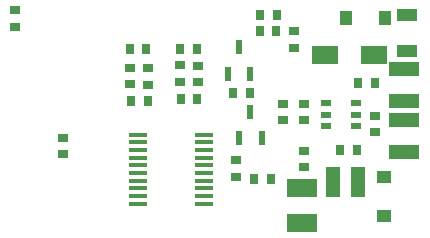
<source format=gbp>
G04*
G04 #@! TF.GenerationSoftware,Altium Limited,Altium Designer,21.0.8 (223)*
G04*
G04 Layer_Color=128*
%FSTAX24Y24*%
%MOIN*%
G70*
G04*
G04 #@! TF.SameCoordinates,54288C87-6C50-4DCC-9232-1D79D91570B4*
G04*
G04*
G04 #@! TF.FilePolarity,Positive*
G04*
G01*
G75*
%ADD15R,0.0354X0.0315*%
%ADD28R,0.1024X0.0472*%
%ADD29R,0.0315X0.0354*%
%ADD30R,0.0236X0.0453*%
%ADD31R,0.0610X0.0118*%
%ADD32R,0.0394X0.0472*%
%ADD33R,0.0866X0.0591*%
%ADD34R,0.0480X0.1040*%
%ADD35R,0.0689X0.0433*%
%ADD36R,0.0472X0.0394*%
%ADD37R,0.1024X0.0591*%
%ADD50R,0.0335X0.0295*%
%ADD51R,0.0295X0.0335*%
%ADD52R,0.0374X0.0217*%
D15*
X07587Y045824D02*
D03*
Y045273D02*
D03*
X073484Y044111D02*
D03*
Y044662D02*
D03*
X071214Y044338D02*
D03*
Y043786D02*
D03*
X073173Y048088D02*
D03*
Y048639D02*
D03*
D28*
X076842Y04631D02*
D03*
Y047373D02*
D03*
X076823Y045676D02*
D03*
Y044613D02*
D03*
D29*
X06773Y046306D02*
D03*
X068281D02*
D03*
X067691Y048038D02*
D03*
X068242D02*
D03*
X069925Y048058D02*
D03*
X069374D02*
D03*
X069945Y046385D02*
D03*
X069394D02*
D03*
X07525Y044692D02*
D03*
X074699D02*
D03*
D30*
X071697Y047212D02*
D03*
X070949D02*
D03*
X071323Y048098D02*
D03*
X072081Y045076D02*
D03*
X071333D02*
D03*
X071707Y045962D02*
D03*
D31*
X067957Y045194D02*
D03*
Y044938D02*
D03*
Y044682D02*
D03*
Y044426D02*
D03*
Y04417D02*
D03*
Y043914D02*
D03*
Y043659D02*
D03*
Y043403D02*
D03*
Y043147D02*
D03*
Y042891D02*
D03*
X070161D02*
D03*
Y043147D02*
D03*
Y043403D02*
D03*
Y043659D02*
D03*
Y043914D02*
D03*
Y04417D02*
D03*
Y044426D02*
D03*
Y044682D02*
D03*
Y044938D02*
D03*
Y045194D02*
D03*
D32*
X074885Y049072D02*
D03*
X076186D02*
D03*
D33*
X074187Y047842D02*
D03*
X07584D02*
D03*
D34*
X075296Y043619D02*
D03*
X074456D02*
D03*
D35*
X076929Y049188D02*
D03*
Y047968D02*
D03*
D36*
X076175Y042496D02*
D03*
Y043796D02*
D03*
D37*
X073419Y042231D02*
D03*
Y043412D02*
D03*
D50*
X063872Y048786D02*
D03*
Y049338D02*
D03*
X067701Y046867D02*
D03*
Y047418D02*
D03*
X069364Y047497D02*
D03*
Y046946D02*
D03*
X069964Y047487D02*
D03*
Y046936D02*
D03*
X072809Y045676D02*
D03*
Y046227D02*
D03*
X073498Y045676D02*
D03*
Y046227D02*
D03*
X065476Y045086D02*
D03*
Y044535D02*
D03*
X068311Y047409D02*
D03*
Y046857D02*
D03*
D51*
X072583Y04919D02*
D03*
X072031D02*
D03*
X071146Y046592D02*
D03*
X071697D02*
D03*
X072386Y043718D02*
D03*
X071835D02*
D03*
X07585Y046907D02*
D03*
X075299D02*
D03*
X072022Y048639D02*
D03*
X072573D02*
D03*
D52*
X07524Y045489D02*
D03*
Y045863D02*
D03*
Y046237D02*
D03*
X074216D02*
D03*
Y045863D02*
D03*
Y045489D02*
D03*
M02*

</source>
